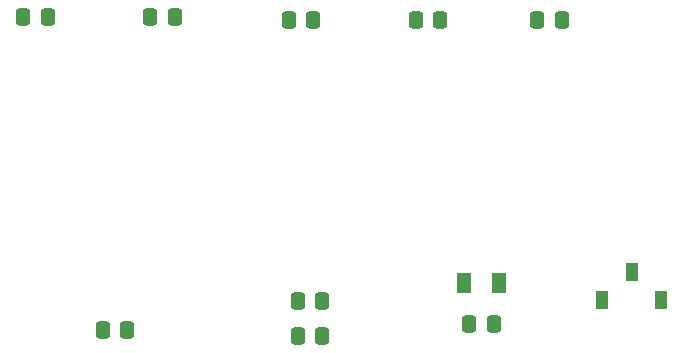
<source format=gtp>
%TF.GenerationSoftware,KiCad,Pcbnew,8.0.1*%
%TF.CreationDate,2024-07-20T14:45:51-04:00*%
%TF.ProjectId,musubwi,6d757375-6277-4692-9e6b-696361645f70,rev?*%
%TF.SameCoordinates,Original*%
%TF.FileFunction,Paste,Top*%
%TF.FilePolarity,Positive*%
%FSLAX46Y46*%
G04 Gerber Fmt 4.6, Leading zero omitted, Abs format (unit mm)*
G04 Created by KiCad (PCBNEW 8.0.1) date 2024-07-20 14:45:51*
%MOMM*%
%LPD*%
G01*
G04 APERTURE LIST*
G04 Aperture macros list*
%AMRoundRect*
0 Rectangle with rounded corners*
0 $1 Rounding radius*
0 $2 $3 $4 $5 $6 $7 $8 $9 X,Y pos of 4 corners*
0 Add a 4 corners polygon primitive as box body*
4,1,4,$2,$3,$4,$5,$6,$7,$8,$9,$2,$3,0*
0 Add four circle primitives for the rounded corners*
1,1,$1+$1,$2,$3*
1,1,$1+$1,$4,$5*
1,1,$1+$1,$6,$7*
1,1,$1+$1,$8,$9*
0 Add four rect primitives between the rounded corners*
20,1,$1+$1,$2,$3,$4,$5,0*
20,1,$1+$1,$4,$5,$6,$7,0*
20,1,$1+$1,$6,$7,$8,$9,0*
20,1,$1+$1,$8,$9,$2,$3,0*%
G04 Aperture macros list end*
%ADD10RoundRect,0.250000X0.337500X0.475000X-0.337500X0.475000X-0.337500X-0.475000X0.337500X-0.475000X0*%
%ADD11R,1.000000X1.600000*%
%ADD12RoundRect,0.250000X-0.337500X-0.475000X0.337500X-0.475000X0.337500X0.475000X-0.337500X0.475000X0*%
%ADD13R,1.170000X1.800000*%
G04 APERTURE END LIST*
D10*
%TO.C,C7*%
X185462500Y-98750000D03*
X187537500Y-98750000D03*
%TD*%
D11*
%TO.C,SW1*%
X232750000Y-96200000D03*
X230250000Y-93800000D03*
X227750000Y-96200000D03*
%TD*%
D12*
%TO.C,C8*%
X204037500Y-96250000D03*
X201962500Y-96250000D03*
%TD*%
D10*
%TO.C,C9*%
X216462500Y-98250000D03*
X218537500Y-98250000D03*
%TD*%
D12*
%TO.C,C2*%
X180787500Y-72250000D03*
X178712500Y-72250000D03*
%TD*%
%TO.C,C3*%
X191537500Y-72250000D03*
X189462500Y-72250000D03*
%TD*%
D13*
%TO.C,F1*%
X218970000Y-94750000D03*
X216030000Y-94750000D03*
%TD*%
D12*
%TO.C,C5*%
X203287500Y-72500000D03*
X201212500Y-72500000D03*
%TD*%
%TO.C,C1*%
X224287500Y-72500000D03*
X222212500Y-72500000D03*
%TD*%
%TO.C,C4*%
X214037500Y-72500000D03*
X211962500Y-72500000D03*
%TD*%
D10*
%TO.C,C6*%
X201962500Y-99250000D03*
X204037500Y-99250000D03*
%TD*%
M02*

</source>
